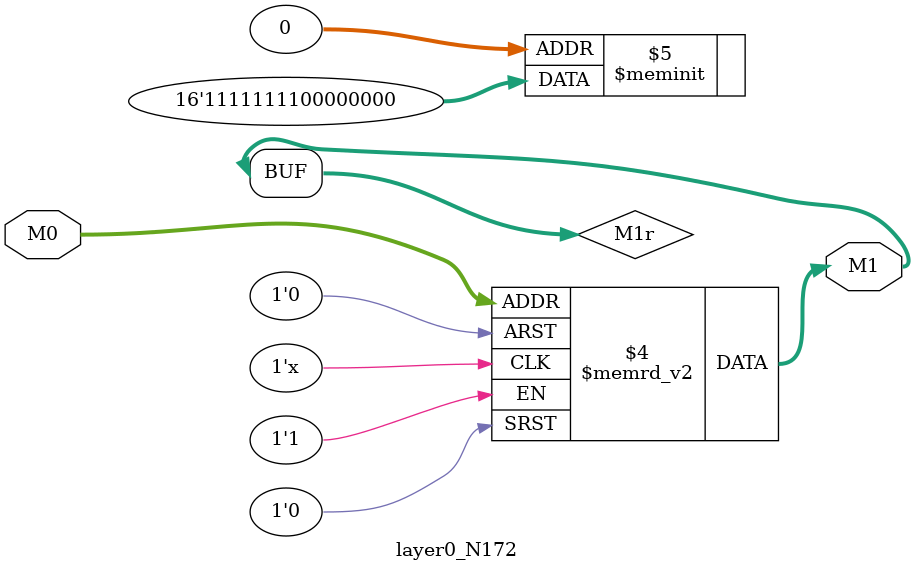
<source format=v>
module layer0_N172 ( input [2:0] M0, output [1:0] M1 );

	(*rom_style = "distributed" *) reg [1:0] M1r;
	assign M1 = M1r;
	always @ (M0) begin
		case (M0)
			3'b000: M1r = 2'b00;
			3'b100: M1r = 2'b11;
			3'b010: M1r = 2'b00;
			3'b110: M1r = 2'b11;
			3'b001: M1r = 2'b00;
			3'b101: M1r = 2'b11;
			3'b011: M1r = 2'b00;
			3'b111: M1r = 2'b11;

		endcase
	end
endmodule

</source>
